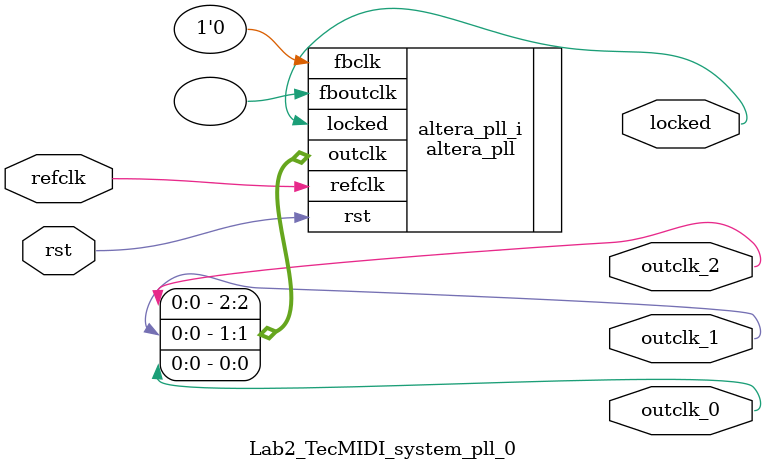
<source format=v>
`timescale 1ns/10ps
module  Lab2_TecMIDI_system_pll_0(

	// interface 'refclk'
	input wire refclk,

	// interface 'reset'
	input wire rst,

	// interface 'outclk0'
	output wire outclk_0,

	// interface 'outclk1'
	output wire outclk_1,

	// interface 'outclk2'
	output wire outclk_2,

	// interface 'locked'
	output wire locked
);

	altera_pll #(
		.fractional_vco_multiplier("false"),
		.reference_clock_frequency("50.0 MHz"),
		.operation_mode("normal"),
		.number_of_clocks(3),
		.output_clock_frequency0("50.000000 MHz"),
		.phase_shift0("0 ps"),
		.duty_cycle0(50),
		.output_clock_frequency1("100.000000 MHz"),
		.phase_shift1("0 ps"),
		.duty_cycle1(50),
		.output_clock_frequency2("100.000000 MHz"),
		.phase_shift2("-3750 ps"),
		.duty_cycle2(50),
		.output_clock_frequency3("0 MHz"),
		.phase_shift3("0 ps"),
		.duty_cycle3(50),
		.output_clock_frequency4("0 MHz"),
		.phase_shift4("0 ps"),
		.duty_cycle4(50),
		.output_clock_frequency5("0 MHz"),
		.phase_shift5("0 ps"),
		.duty_cycle5(50),
		.output_clock_frequency6("0 MHz"),
		.phase_shift6("0 ps"),
		.duty_cycle6(50),
		.output_clock_frequency7("0 MHz"),
		.phase_shift7("0 ps"),
		.duty_cycle7(50),
		.output_clock_frequency8("0 MHz"),
		.phase_shift8("0 ps"),
		.duty_cycle8(50),
		.output_clock_frequency9("0 MHz"),
		.phase_shift9("0 ps"),
		.duty_cycle9(50),
		.output_clock_frequency10("0 MHz"),
		.phase_shift10("0 ps"),
		.duty_cycle10(50),
		.output_clock_frequency11("0 MHz"),
		.phase_shift11("0 ps"),
		.duty_cycle11(50),
		.output_clock_frequency12("0 MHz"),
		.phase_shift12("0 ps"),
		.duty_cycle12(50),
		.output_clock_frequency13("0 MHz"),
		.phase_shift13("0 ps"),
		.duty_cycle13(50),
		.output_clock_frequency14("0 MHz"),
		.phase_shift14("0 ps"),
		.duty_cycle14(50),
		.output_clock_frequency15("0 MHz"),
		.phase_shift15("0 ps"),
		.duty_cycle15(50),
		.output_clock_frequency16("0 MHz"),
		.phase_shift16("0 ps"),
		.duty_cycle16(50),
		.output_clock_frequency17("0 MHz"),
		.phase_shift17("0 ps"),
		.duty_cycle17(50),
		.pll_type("General"),
		.pll_subtype("General")
	) altera_pll_i (
		.rst	(rst),
		.outclk	({outclk_2, outclk_1, outclk_0}),
		.locked	(locked),
		.fboutclk	( ),
		.fbclk	(1'b0),
		.refclk	(refclk)
	);
endmodule


</source>
